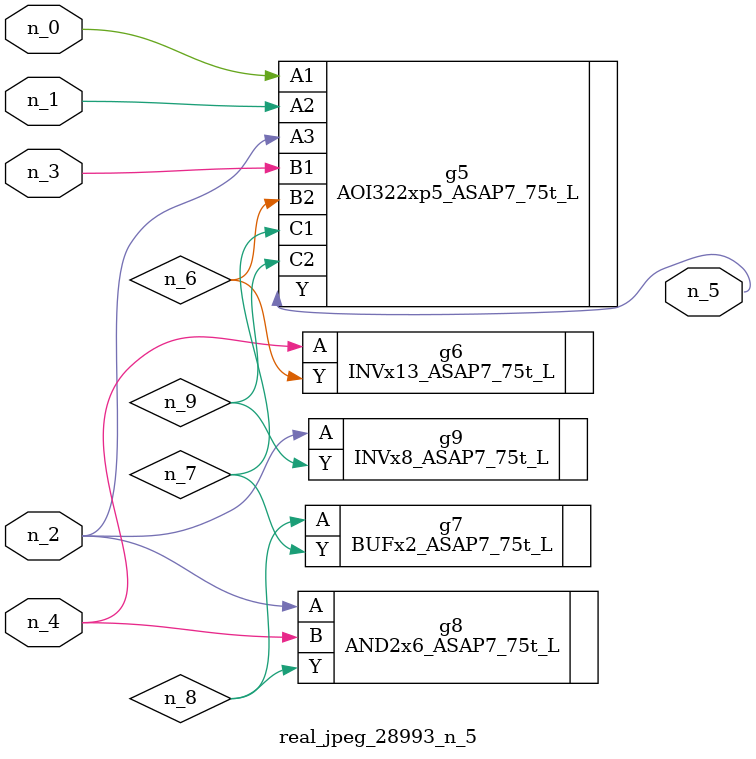
<source format=v>
module real_jpeg_28993_n_5 (n_4, n_0, n_1, n_2, n_3, n_5);

input n_4;
input n_0;
input n_1;
input n_2;
input n_3;

output n_5;

wire n_8;
wire n_6;
wire n_7;
wire n_9;

AOI322xp5_ASAP7_75t_L g5 ( 
.A1(n_0),
.A2(n_1),
.A3(n_2),
.B1(n_3),
.B2(n_6),
.C1(n_7),
.C2(n_9),
.Y(n_5)
);

AND2x6_ASAP7_75t_L g8 ( 
.A(n_2),
.B(n_4),
.Y(n_8)
);

INVx8_ASAP7_75t_L g9 ( 
.A(n_2),
.Y(n_9)
);

INVx13_ASAP7_75t_L g6 ( 
.A(n_4),
.Y(n_6)
);

BUFx2_ASAP7_75t_L g7 ( 
.A(n_8),
.Y(n_7)
);


endmodule
</source>
